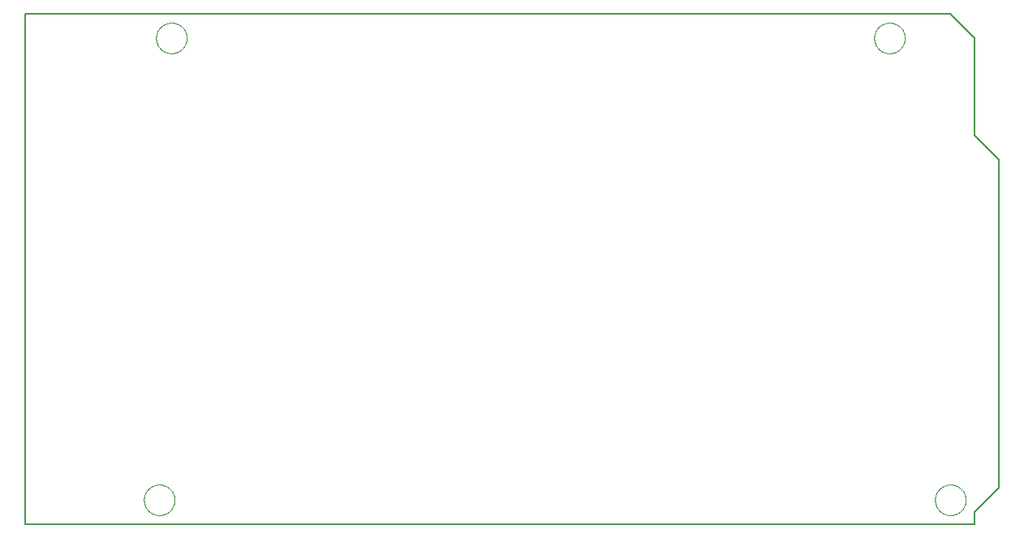
<source format=gko>
G75*
%MOIN*%
%OFA0B0*%
%FSLAX25Y25*%
%IPPOS*%
%LPD*%
%AMOC8*
5,1,8,0,0,1.08239X$1,22.5*
%
%ADD10C,0.00800*%
%ADD11C,0.00000*%
D10*
X0005000Y0005000D02*
X0005000Y0215000D01*
X0385000Y0215000D01*
X0395000Y0205000D01*
X0395000Y0165000D01*
X0405000Y0155000D01*
X0405000Y0020000D01*
X0395000Y0010000D01*
X0395000Y0005000D01*
X0005000Y0005000D01*
D11*
X0053701Y0015000D02*
X0053703Y0015158D01*
X0053709Y0015316D01*
X0053719Y0015474D01*
X0053733Y0015632D01*
X0053751Y0015789D01*
X0053772Y0015946D01*
X0053798Y0016102D01*
X0053828Y0016258D01*
X0053861Y0016413D01*
X0053899Y0016566D01*
X0053940Y0016719D01*
X0053985Y0016871D01*
X0054034Y0017022D01*
X0054087Y0017171D01*
X0054143Y0017319D01*
X0054203Y0017465D01*
X0054267Y0017610D01*
X0054335Y0017753D01*
X0054406Y0017895D01*
X0054480Y0018035D01*
X0054558Y0018172D01*
X0054640Y0018308D01*
X0054724Y0018442D01*
X0054813Y0018573D01*
X0054904Y0018702D01*
X0054999Y0018829D01*
X0055096Y0018954D01*
X0055197Y0019076D01*
X0055301Y0019195D01*
X0055408Y0019312D01*
X0055518Y0019426D01*
X0055631Y0019537D01*
X0055746Y0019646D01*
X0055864Y0019751D01*
X0055985Y0019853D01*
X0056108Y0019953D01*
X0056234Y0020049D01*
X0056362Y0020142D01*
X0056492Y0020232D01*
X0056625Y0020318D01*
X0056760Y0020402D01*
X0056896Y0020481D01*
X0057035Y0020558D01*
X0057176Y0020630D01*
X0057318Y0020700D01*
X0057462Y0020765D01*
X0057608Y0020827D01*
X0057755Y0020885D01*
X0057904Y0020940D01*
X0058054Y0020991D01*
X0058205Y0021038D01*
X0058357Y0021081D01*
X0058510Y0021120D01*
X0058665Y0021156D01*
X0058820Y0021187D01*
X0058976Y0021215D01*
X0059132Y0021239D01*
X0059289Y0021259D01*
X0059447Y0021275D01*
X0059604Y0021287D01*
X0059763Y0021295D01*
X0059921Y0021299D01*
X0060079Y0021299D01*
X0060237Y0021295D01*
X0060396Y0021287D01*
X0060553Y0021275D01*
X0060711Y0021259D01*
X0060868Y0021239D01*
X0061024Y0021215D01*
X0061180Y0021187D01*
X0061335Y0021156D01*
X0061490Y0021120D01*
X0061643Y0021081D01*
X0061795Y0021038D01*
X0061946Y0020991D01*
X0062096Y0020940D01*
X0062245Y0020885D01*
X0062392Y0020827D01*
X0062538Y0020765D01*
X0062682Y0020700D01*
X0062824Y0020630D01*
X0062965Y0020558D01*
X0063104Y0020481D01*
X0063240Y0020402D01*
X0063375Y0020318D01*
X0063508Y0020232D01*
X0063638Y0020142D01*
X0063766Y0020049D01*
X0063892Y0019953D01*
X0064015Y0019853D01*
X0064136Y0019751D01*
X0064254Y0019646D01*
X0064369Y0019537D01*
X0064482Y0019426D01*
X0064592Y0019312D01*
X0064699Y0019195D01*
X0064803Y0019076D01*
X0064904Y0018954D01*
X0065001Y0018829D01*
X0065096Y0018702D01*
X0065187Y0018573D01*
X0065276Y0018442D01*
X0065360Y0018308D01*
X0065442Y0018172D01*
X0065520Y0018035D01*
X0065594Y0017895D01*
X0065665Y0017753D01*
X0065733Y0017610D01*
X0065797Y0017465D01*
X0065857Y0017319D01*
X0065913Y0017171D01*
X0065966Y0017022D01*
X0066015Y0016871D01*
X0066060Y0016719D01*
X0066101Y0016566D01*
X0066139Y0016413D01*
X0066172Y0016258D01*
X0066202Y0016102D01*
X0066228Y0015946D01*
X0066249Y0015789D01*
X0066267Y0015632D01*
X0066281Y0015474D01*
X0066291Y0015316D01*
X0066297Y0015158D01*
X0066299Y0015000D01*
X0066297Y0014842D01*
X0066291Y0014684D01*
X0066281Y0014526D01*
X0066267Y0014368D01*
X0066249Y0014211D01*
X0066228Y0014054D01*
X0066202Y0013898D01*
X0066172Y0013742D01*
X0066139Y0013587D01*
X0066101Y0013434D01*
X0066060Y0013281D01*
X0066015Y0013129D01*
X0065966Y0012978D01*
X0065913Y0012829D01*
X0065857Y0012681D01*
X0065797Y0012535D01*
X0065733Y0012390D01*
X0065665Y0012247D01*
X0065594Y0012105D01*
X0065520Y0011965D01*
X0065442Y0011828D01*
X0065360Y0011692D01*
X0065276Y0011558D01*
X0065187Y0011427D01*
X0065096Y0011298D01*
X0065001Y0011171D01*
X0064904Y0011046D01*
X0064803Y0010924D01*
X0064699Y0010805D01*
X0064592Y0010688D01*
X0064482Y0010574D01*
X0064369Y0010463D01*
X0064254Y0010354D01*
X0064136Y0010249D01*
X0064015Y0010147D01*
X0063892Y0010047D01*
X0063766Y0009951D01*
X0063638Y0009858D01*
X0063508Y0009768D01*
X0063375Y0009682D01*
X0063240Y0009598D01*
X0063104Y0009519D01*
X0062965Y0009442D01*
X0062824Y0009370D01*
X0062682Y0009300D01*
X0062538Y0009235D01*
X0062392Y0009173D01*
X0062245Y0009115D01*
X0062096Y0009060D01*
X0061946Y0009009D01*
X0061795Y0008962D01*
X0061643Y0008919D01*
X0061490Y0008880D01*
X0061335Y0008844D01*
X0061180Y0008813D01*
X0061024Y0008785D01*
X0060868Y0008761D01*
X0060711Y0008741D01*
X0060553Y0008725D01*
X0060396Y0008713D01*
X0060237Y0008705D01*
X0060079Y0008701D01*
X0059921Y0008701D01*
X0059763Y0008705D01*
X0059604Y0008713D01*
X0059447Y0008725D01*
X0059289Y0008741D01*
X0059132Y0008761D01*
X0058976Y0008785D01*
X0058820Y0008813D01*
X0058665Y0008844D01*
X0058510Y0008880D01*
X0058357Y0008919D01*
X0058205Y0008962D01*
X0058054Y0009009D01*
X0057904Y0009060D01*
X0057755Y0009115D01*
X0057608Y0009173D01*
X0057462Y0009235D01*
X0057318Y0009300D01*
X0057176Y0009370D01*
X0057035Y0009442D01*
X0056896Y0009519D01*
X0056760Y0009598D01*
X0056625Y0009682D01*
X0056492Y0009768D01*
X0056362Y0009858D01*
X0056234Y0009951D01*
X0056108Y0010047D01*
X0055985Y0010147D01*
X0055864Y0010249D01*
X0055746Y0010354D01*
X0055631Y0010463D01*
X0055518Y0010574D01*
X0055408Y0010688D01*
X0055301Y0010805D01*
X0055197Y0010924D01*
X0055096Y0011046D01*
X0054999Y0011171D01*
X0054904Y0011298D01*
X0054813Y0011427D01*
X0054724Y0011558D01*
X0054640Y0011692D01*
X0054558Y0011828D01*
X0054480Y0011965D01*
X0054406Y0012105D01*
X0054335Y0012247D01*
X0054267Y0012390D01*
X0054203Y0012535D01*
X0054143Y0012681D01*
X0054087Y0012829D01*
X0054034Y0012978D01*
X0053985Y0013129D01*
X0053940Y0013281D01*
X0053899Y0013434D01*
X0053861Y0013587D01*
X0053828Y0013742D01*
X0053798Y0013898D01*
X0053772Y0014054D01*
X0053751Y0014211D01*
X0053733Y0014368D01*
X0053719Y0014526D01*
X0053709Y0014684D01*
X0053703Y0014842D01*
X0053701Y0015000D01*
X0378701Y0015000D02*
X0378703Y0015158D01*
X0378709Y0015316D01*
X0378719Y0015474D01*
X0378733Y0015632D01*
X0378751Y0015789D01*
X0378772Y0015946D01*
X0378798Y0016102D01*
X0378828Y0016258D01*
X0378861Y0016413D01*
X0378899Y0016566D01*
X0378940Y0016719D01*
X0378985Y0016871D01*
X0379034Y0017022D01*
X0379087Y0017171D01*
X0379143Y0017319D01*
X0379203Y0017465D01*
X0379267Y0017610D01*
X0379335Y0017753D01*
X0379406Y0017895D01*
X0379480Y0018035D01*
X0379558Y0018172D01*
X0379640Y0018308D01*
X0379724Y0018442D01*
X0379813Y0018573D01*
X0379904Y0018702D01*
X0379999Y0018829D01*
X0380096Y0018954D01*
X0380197Y0019076D01*
X0380301Y0019195D01*
X0380408Y0019312D01*
X0380518Y0019426D01*
X0380631Y0019537D01*
X0380746Y0019646D01*
X0380864Y0019751D01*
X0380985Y0019853D01*
X0381108Y0019953D01*
X0381234Y0020049D01*
X0381362Y0020142D01*
X0381492Y0020232D01*
X0381625Y0020318D01*
X0381760Y0020402D01*
X0381896Y0020481D01*
X0382035Y0020558D01*
X0382176Y0020630D01*
X0382318Y0020700D01*
X0382462Y0020765D01*
X0382608Y0020827D01*
X0382755Y0020885D01*
X0382904Y0020940D01*
X0383054Y0020991D01*
X0383205Y0021038D01*
X0383357Y0021081D01*
X0383510Y0021120D01*
X0383665Y0021156D01*
X0383820Y0021187D01*
X0383976Y0021215D01*
X0384132Y0021239D01*
X0384289Y0021259D01*
X0384447Y0021275D01*
X0384604Y0021287D01*
X0384763Y0021295D01*
X0384921Y0021299D01*
X0385079Y0021299D01*
X0385237Y0021295D01*
X0385396Y0021287D01*
X0385553Y0021275D01*
X0385711Y0021259D01*
X0385868Y0021239D01*
X0386024Y0021215D01*
X0386180Y0021187D01*
X0386335Y0021156D01*
X0386490Y0021120D01*
X0386643Y0021081D01*
X0386795Y0021038D01*
X0386946Y0020991D01*
X0387096Y0020940D01*
X0387245Y0020885D01*
X0387392Y0020827D01*
X0387538Y0020765D01*
X0387682Y0020700D01*
X0387824Y0020630D01*
X0387965Y0020558D01*
X0388104Y0020481D01*
X0388240Y0020402D01*
X0388375Y0020318D01*
X0388508Y0020232D01*
X0388638Y0020142D01*
X0388766Y0020049D01*
X0388892Y0019953D01*
X0389015Y0019853D01*
X0389136Y0019751D01*
X0389254Y0019646D01*
X0389369Y0019537D01*
X0389482Y0019426D01*
X0389592Y0019312D01*
X0389699Y0019195D01*
X0389803Y0019076D01*
X0389904Y0018954D01*
X0390001Y0018829D01*
X0390096Y0018702D01*
X0390187Y0018573D01*
X0390276Y0018442D01*
X0390360Y0018308D01*
X0390442Y0018172D01*
X0390520Y0018035D01*
X0390594Y0017895D01*
X0390665Y0017753D01*
X0390733Y0017610D01*
X0390797Y0017465D01*
X0390857Y0017319D01*
X0390913Y0017171D01*
X0390966Y0017022D01*
X0391015Y0016871D01*
X0391060Y0016719D01*
X0391101Y0016566D01*
X0391139Y0016413D01*
X0391172Y0016258D01*
X0391202Y0016102D01*
X0391228Y0015946D01*
X0391249Y0015789D01*
X0391267Y0015632D01*
X0391281Y0015474D01*
X0391291Y0015316D01*
X0391297Y0015158D01*
X0391299Y0015000D01*
X0391297Y0014842D01*
X0391291Y0014684D01*
X0391281Y0014526D01*
X0391267Y0014368D01*
X0391249Y0014211D01*
X0391228Y0014054D01*
X0391202Y0013898D01*
X0391172Y0013742D01*
X0391139Y0013587D01*
X0391101Y0013434D01*
X0391060Y0013281D01*
X0391015Y0013129D01*
X0390966Y0012978D01*
X0390913Y0012829D01*
X0390857Y0012681D01*
X0390797Y0012535D01*
X0390733Y0012390D01*
X0390665Y0012247D01*
X0390594Y0012105D01*
X0390520Y0011965D01*
X0390442Y0011828D01*
X0390360Y0011692D01*
X0390276Y0011558D01*
X0390187Y0011427D01*
X0390096Y0011298D01*
X0390001Y0011171D01*
X0389904Y0011046D01*
X0389803Y0010924D01*
X0389699Y0010805D01*
X0389592Y0010688D01*
X0389482Y0010574D01*
X0389369Y0010463D01*
X0389254Y0010354D01*
X0389136Y0010249D01*
X0389015Y0010147D01*
X0388892Y0010047D01*
X0388766Y0009951D01*
X0388638Y0009858D01*
X0388508Y0009768D01*
X0388375Y0009682D01*
X0388240Y0009598D01*
X0388104Y0009519D01*
X0387965Y0009442D01*
X0387824Y0009370D01*
X0387682Y0009300D01*
X0387538Y0009235D01*
X0387392Y0009173D01*
X0387245Y0009115D01*
X0387096Y0009060D01*
X0386946Y0009009D01*
X0386795Y0008962D01*
X0386643Y0008919D01*
X0386490Y0008880D01*
X0386335Y0008844D01*
X0386180Y0008813D01*
X0386024Y0008785D01*
X0385868Y0008761D01*
X0385711Y0008741D01*
X0385553Y0008725D01*
X0385396Y0008713D01*
X0385237Y0008705D01*
X0385079Y0008701D01*
X0384921Y0008701D01*
X0384763Y0008705D01*
X0384604Y0008713D01*
X0384447Y0008725D01*
X0384289Y0008741D01*
X0384132Y0008761D01*
X0383976Y0008785D01*
X0383820Y0008813D01*
X0383665Y0008844D01*
X0383510Y0008880D01*
X0383357Y0008919D01*
X0383205Y0008962D01*
X0383054Y0009009D01*
X0382904Y0009060D01*
X0382755Y0009115D01*
X0382608Y0009173D01*
X0382462Y0009235D01*
X0382318Y0009300D01*
X0382176Y0009370D01*
X0382035Y0009442D01*
X0381896Y0009519D01*
X0381760Y0009598D01*
X0381625Y0009682D01*
X0381492Y0009768D01*
X0381362Y0009858D01*
X0381234Y0009951D01*
X0381108Y0010047D01*
X0380985Y0010147D01*
X0380864Y0010249D01*
X0380746Y0010354D01*
X0380631Y0010463D01*
X0380518Y0010574D01*
X0380408Y0010688D01*
X0380301Y0010805D01*
X0380197Y0010924D01*
X0380096Y0011046D01*
X0379999Y0011171D01*
X0379904Y0011298D01*
X0379813Y0011427D01*
X0379724Y0011558D01*
X0379640Y0011692D01*
X0379558Y0011828D01*
X0379480Y0011965D01*
X0379406Y0012105D01*
X0379335Y0012247D01*
X0379267Y0012390D01*
X0379203Y0012535D01*
X0379143Y0012681D01*
X0379087Y0012829D01*
X0379034Y0012978D01*
X0378985Y0013129D01*
X0378940Y0013281D01*
X0378899Y0013434D01*
X0378861Y0013587D01*
X0378828Y0013742D01*
X0378798Y0013898D01*
X0378772Y0014054D01*
X0378751Y0014211D01*
X0378733Y0014368D01*
X0378719Y0014526D01*
X0378709Y0014684D01*
X0378703Y0014842D01*
X0378701Y0015000D01*
X0353701Y0205000D02*
X0353703Y0205158D01*
X0353709Y0205316D01*
X0353719Y0205474D01*
X0353733Y0205632D01*
X0353751Y0205789D01*
X0353772Y0205946D01*
X0353798Y0206102D01*
X0353828Y0206258D01*
X0353861Y0206413D01*
X0353899Y0206566D01*
X0353940Y0206719D01*
X0353985Y0206871D01*
X0354034Y0207022D01*
X0354087Y0207171D01*
X0354143Y0207319D01*
X0354203Y0207465D01*
X0354267Y0207610D01*
X0354335Y0207753D01*
X0354406Y0207895D01*
X0354480Y0208035D01*
X0354558Y0208172D01*
X0354640Y0208308D01*
X0354724Y0208442D01*
X0354813Y0208573D01*
X0354904Y0208702D01*
X0354999Y0208829D01*
X0355096Y0208954D01*
X0355197Y0209076D01*
X0355301Y0209195D01*
X0355408Y0209312D01*
X0355518Y0209426D01*
X0355631Y0209537D01*
X0355746Y0209646D01*
X0355864Y0209751D01*
X0355985Y0209853D01*
X0356108Y0209953D01*
X0356234Y0210049D01*
X0356362Y0210142D01*
X0356492Y0210232D01*
X0356625Y0210318D01*
X0356760Y0210402D01*
X0356896Y0210481D01*
X0357035Y0210558D01*
X0357176Y0210630D01*
X0357318Y0210700D01*
X0357462Y0210765D01*
X0357608Y0210827D01*
X0357755Y0210885D01*
X0357904Y0210940D01*
X0358054Y0210991D01*
X0358205Y0211038D01*
X0358357Y0211081D01*
X0358510Y0211120D01*
X0358665Y0211156D01*
X0358820Y0211187D01*
X0358976Y0211215D01*
X0359132Y0211239D01*
X0359289Y0211259D01*
X0359447Y0211275D01*
X0359604Y0211287D01*
X0359763Y0211295D01*
X0359921Y0211299D01*
X0360079Y0211299D01*
X0360237Y0211295D01*
X0360396Y0211287D01*
X0360553Y0211275D01*
X0360711Y0211259D01*
X0360868Y0211239D01*
X0361024Y0211215D01*
X0361180Y0211187D01*
X0361335Y0211156D01*
X0361490Y0211120D01*
X0361643Y0211081D01*
X0361795Y0211038D01*
X0361946Y0210991D01*
X0362096Y0210940D01*
X0362245Y0210885D01*
X0362392Y0210827D01*
X0362538Y0210765D01*
X0362682Y0210700D01*
X0362824Y0210630D01*
X0362965Y0210558D01*
X0363104Y0210481D01*
X0363240Y0210402D01*
X0363375Y0210318D01*
X0363508Y0210232D01*
X0363638Y0210142D01*
X0363766Y0210049D01*
X0363892Y0209953D01*
X0364015Y0209853D01*
X0364136Y0209751D01*
X0364254Y0209646D01*
X0364369Y0209537D01*
X0364482Y0209426D01*
X0364592Y0209312D01*
X0364699Y0209195D01*
X0364803Y0209076D01*
X0364904Y0208954D01*
X0365001Y0208829D01*
X0365096Y0208702D01*
X0365187Y0208573D01*
X0365276Y0208442D01*
X0365360Y0208308D01*
X0365442Y0208172D01*
X0365520Y0208035D01*
X0365594Y0207895D01*
X0365665Y0207753D01*
X0365733Y0207610D01*
X0365797Y0207465D01*
X0365857Y0207319D01*
X0365913Y0207171D01*
X0365966Y0207022D01*
X0366015Y0206871D01*
X0366060Y0206719D01*
X0366101Y0206566D01*
X0366139Y0206413D01*
X0366172Y0206258D01*
X0366202Y0206102D01*
X0366228Y0205946D01*
X0366249Y0205789D01*
X0366267Y0205632D01*
X0366281Y0205474D01*
X0366291Y0205316D01*
X0366297Y0205158D01*
X0366299Y0205000D01*
X0366297Y0204842D01*
X0366291Y0204684D01*
X0366281Y0204526D01*
X0366267Y0204368D01*
X0366249Y0204211D01*
X0366228Y0204054D01*
X0366202Y0203898D01*
X0366172Y0203742D01*
X0366139Y0203587D01*
X0366101Y0203434D01*
X0366060Y0203281D01*
X0366015Y0203129D01*
X0365966Y0202978D01*
X0365913Y0202829D01*
X0365857Y0202681D01*
X0365797Y0202535D01*
X0365733Y0202390D01*
X0365665Y0202247D01*
X0365594Y0202105D01*
X0365520Y0201965D01*
X0365442Y0201828D01*
X0365360Y0201692D01*
X0365276Y0201558D01*
X0365187Y0201427D01*
X0365096Y0201298D01*
X0365001Y0201171D01*
X0364904Y0201046D01*
X0364803Y0200924D01*
X0364699Y0200805D01*
X0364592Y0200688D01*
X0364482Y0200574D01*
X0364369Y0200463D01*
X0364254Y0200354D01*
X0364136Y0200249D01*
X0364015Y0200147D01*
X0363892Y0200047D01*
X0363766Y0199951D01*
X0363638Y0199858D01*
X0363508Y0199768D01*
X0363375Y0199682D01*
X0363240Y0199598D01*
X0363104Y0199519D01*
X0362965Y0199442D01*
X0362824Y0199370D01*
X0362682Y0199300D01*
X0362538Y0199235D01*
X0362392Y0199173D01*
X0362245Y0199115D01*
X0362096Y0199060D01*
X0361946Y0199009D01*
X0361795Y0198962D01*
X0361643Y0198919D01*
X0361490Y0198880D01*
X0361335Y0198844D01*
X0361180Y0198813D01*
X0361024Y0198785D01*
X0360868Y0198761D01*
X0360711Y0198741D01*
X0360553Y0198725D01*
X0360396Y0198713D01*
X0360237Y0198705D01*
X0360079Y0198701D01*
X0359921Y0198701D01*
X0359763Y0198705D01*
X0359604Y0198713D01*
X0359447Y0198725D01*
X0359289Y0198741D01*
X0359132Y0198761D01*
X0358976Y0198785D01*
X0358820Y0198813D01*
X0358665Y0198844D01*
X0358510Y0198880D01*
X0358357Y0198919D01*
X0358205Y0198962D01*
X0358054Y0199009D01*
X0357904Y0199060D01*
X0357755Y0199115D01*
X0357608Y0199173D01*
X0357462Y0199235D01*
X0357318Y0199300D01*
X0357176Y0199370D01*
X0357035Y0199442D01*
X0356896Y0199519D01*
X0356760Y0199598D01*
X0356625Y0199682D01*
X0356492Y0199768D01*
X0356362Y0199858D01*
X0356234Y0199951D01*
X0356108Y0200047D01*
X0355985Y0200147D01*
X0355864Y0200249D01*
X0355746Y0200354D01*
X0355631Y0200463D01*
X0355518Y0200574D01*
X0355408Y0200688D01*
X0355301Y0200805D01*
X0355197Y0200924D01*
X0355096Y0201046D01*
X0354999Y0201171D01*
X0354904Y0201298D01*
X0354813Y0201427D01*
X0354724Y0201558D01*
X0354640Y0201692D01*
X0354558Y0201828D01*
X0354480Y0201965D01*
X0354406Y0202105D01*
X0354335Y0202247D01*
X0354267Y0202390D01*
X0354203Y0202535D01*
X0354143Y0202681D01*
X0354087Y0202829D01*
X0354034Y0202978D01*
X0353985Y0203129D01*
X0353940Y0203281D01*
X0353899Y0203434D01*
X0353861Y0203587D01*
X0353828Y0203742D01*
X0353798Y0203898D01*
X0353772Y0204054D01*
X0353751Y0204211D01*
X0353733Y0204368D01*
X0353719Y0204526D01*
X0353709Y0204684D01*
X0353703Y0204842D01*
X0353701Y0205000D01*
X0058701Y0205000D02*
X0058703Y0205158D01*
X0058709Y0205316D01*
X0058719Y0205474D01*
X0058733Y0205632D01*
X0058751Y0205789D01*
X0058772Y0205946D01*
X0058798Y0206102D01*
X0058828Y0206258D01*
X0058861Y0206413D01*
X0058899Y0206566D01*
X0058940Y0206719D01*
X0058985Y0206871D01*
X0059034Y0207022D01*
X0059087Y0207171D01*
X0059143Y0207319D01*
X0059203Y0207465D01*
X0059267Y0207610D01*
X0059335Y0207753D01*
X0059406Y0207895D01*
X0059480Y0208035D01*
X0059558Y0208172D01*
X0059640Y0208308D01*
X0059724Y0208442D01*
X0059813Y0208573D01*
X0059904Y0208702D01*
X0059999Y0208829D01*
X0060096Y0208954D01*
X0060197Y0209076D01*
X0060301Y0209195D01*
X0060408Y0209312D01*
X0060518Y0209426D01*
X0060631Y0209537D01*
X0060746Y0209646D01*
X0060864Y0209751D01*
X0060985Y0209853D01*
X0061108Y0209953D01*
X0061234Y0210049D01*
X0061362Y0210142D01*
X0061492Y0210232D01*
X0061625Y0210318D01*
X0061760Y0210402D01*
X0061896Y0210481D01*
X0062035Y0210558D01*
X0062176Y0210630D01*
X0062318Y0210700D01*
X0062462Y0210765D01*
X0062608Y0210827D01*
X0062755Y0210885D01*
X0062904Y0210940D01*
X0063054Y0210991D01*
X0063205Y0211038D01*
X0063357Y0211081D01*
X0063510Y0211120D01*
X0063665Y0211156D01*
X0063820Y0211187D01*
X0063976Y0211215D01*
X0064132Y0211239D01*
X0064289Y0211259D01*
X0064447Y0211275D01*
X0064604Y0211287D01*
X0064763Y0211295D01*
X0064921Y0211299D01*
X0065079Y0211299D01*
X0065237Y0211295D01*
X0065396Y0211287D01*
X0065553Y0211275D01*
X0065711Y0211259D01*
X0065868Y0211239D01*
X0066024Y0211215D01*
X0066180Y0211187D01*
X0066335Y0211156D01*
X0066490Y0211120D01*
X0066643Y0211081D01*
X0066795Y0211038D01*
X0066946Y0210991D01*
X0067096Y0210940D01*
X0067245Y0210885D01*
X0067392Y0210827D01*
X0067538Y0210765D01*
X0067682Y0210700D01*
X0067824Y0210630D01*
X0067965Y0210558D01*
X0068104Y0210481D01*
X0068240Y0210402D01*
X0068375Y0210318D01*
X0068508Y0210232D01*
X0068638Y0210142D01*
X0068766Y0210049D01*
X0068892Y0209953D01*
X0069015Y0209853D01*
X0069136Y0209751D01*
X0069254Y0209646D01*
X0069369Y0209537D01*
X0069482Y0209426D01*
X0069592Y0209312D01*
X0069699Y0209195D01*
X0069803Y0209076D01*
X0069904Y0208954D01*
X0070001Y0208829D01*
X0070096Y0208702D01*
X0070187Y0208573D01*
X0070276Y0208442D01*
X0070360Y0208308D01*
X0070442Y0208172D01*
X0070520Y0208035D01*
X0070594Y0207895D01*
X0070665Y0207753D01*
X0070733Y0207610D01*
X0070797Y0207465D01*
X0070857Y0207319D01*
X0070913Y0207171D01*
X0070966Y0207022D01*
X0071015Y0206871D01*
X0071060Y0206719D01*
X0071101Y0206566D01*
X0071139Y0206413D01*
X0071172Y0206258D01*
X0071202Y0206102D01*
X0071228Y0205946D01*
X0071249Y0205789D01*
X0071267Y0205632D01*
X0071281Y0205474D01*
X0071291Y0205316D01*
X0071297Y0205158D01*
X0071299Y0205000D01*
X0071297Y0204842D01*
X0071291Y0204684D01*
X0071281Y0204526D01*
X0071267Y0204368D01*
X0071249Y0204211D01*
X0071228Y0204054D01*
X0071202Y0203898D01*
X0071172Y0203742D01*
X0071139Y0203587D01*
X0071101Y0203434D01*
X0071060Y0203281D01*
X0071015Y0203129D01*
X0070966Y0202978D01*
X0070913Y0202829D01*
X0070857Y0202681D01*
X0070797Y0202535D01*
X0070733Y0202390D01*
X0070665Y0202247D01*
X0070594Y0202105D01*
X0070520Y0201965D01*
X0070442Y0201828D01*
X0070360Y0201692D01*
X0070276Y0201558D01*
X0070187Y0201427D01*
X0070096Y0201298D01*
X0070001Y0201171D01*
X0069904Y0201046D01*
X0069803Y0200924D01*
X0069699Y0200805D01*
X0069592Y0200688D01*
X0069482Y0200574D01*
X0069369Y0200463D01*
X0069254Y0200354D01*
X0069136Y0200249D01*
X0069015Y0200147D01*
X0068892Y0200047D01*
X0068766Y0199951D01*
X0068638Y0199858D01*
X0068508Y0199768D01*
X0068375Y0199682D01*
X0068240Y0199598D01*
X0068104Y0199519D01*
X0067965Y0199442D01*
X0067824Y0199370D01*
X0067682Y0199300D01*
X0067538Y0199235D01*
X0067392Y0199173D01*
X0067245Y0199115D01*
X0067096Y0199060D01*
X0066946Y0199009D01*
X0066795Y0198962D01*
X0066643Y0198919D01*
X0066490Y0198880D01*
X0066335Y0198844D01*
X0066180Y0198813D01*
X0066024Y0198785D01*
X0065868Y0198761D01*
X0065711Y0198741D01*
X0065553Y0198725D01*
X0065396Y0198713D01*
X0065237Y0198705D01*
X0065079Y0198701D01*
X0064921Y0198701D01*
X0064763Y0198705D01*
X0064604Y0198713D01*
X0064447Y0198725D01*
X0064289Y0198741D01*
X0064132Y0198761D01*
X0063976Y0198785D01*
X0063820Y0198813D01*
X0063665Y0198844D01*
X0063510Y0198880D01*
X0063357Y0198919D01*
X0063205Y0198962D01*
X0063054Y0199009D01*
X0062904Y0199060D01*
X0062755Y0199115D01*
X0062608Y0199173D01*
X0062462Y0199235D01*
X0062318Y0199300D01*
X0062176Y0199370D01*
X0062035Y0199442D01*
X0061896Y0199519D01*
X0061760Y0199598D01*
X0061625Y0199682D01*
X0061492Y0199768D01*
X0061362Y0199858D01*
X0061234Y0199951D01*
X0061108Y0200047D01*
X0060985Y0200147D01*
X0060864Y0200249D01*
X0060746Y0200354D01*
X0060631Y0200463D01*
X0060518Y0200574D01*
X0060408Y0200688D01*
X0060301Y0200805D01*
X0060197Y0200924D01*
X0060096Y0201046D01*
X0059999Y0201171D01*
X0059904Y0201298D01*
X0059813Y0201427D01*
X0059724Y0201558D01*
X0059640Y0201692D01*
X0059558Y0201828D01*
X0059480Y0201965D01*
X0059406Y0202105D01*
X0059335Y0202247D01*
X0059267Y0202390D01*
X0059203Y0202535D01*
X0059143Y0202681D01*
X0059087Y0202829D01*
X0059034Y0202978D01*
X0058985Y0203129D01*
X0058940Y0203281D01*
X0058899Y0203434D01*
X0058861Y0203587D01*
X0058828Y0203742D01*
X0058798Y0203898D01*
X0058772Y0204054D01*
X0058751Y0204211D01*
X0058733Y0204368D01*
X0058719Y0204526D01*
X0058709Y0204684D01*
X0058703Y0204842D01*
X0058701Y0205000D01*
M02*

</source>
